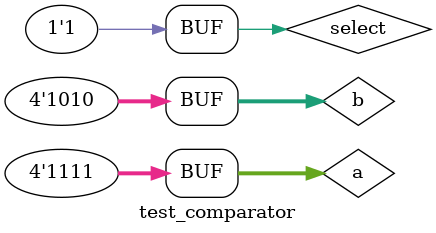
<source format=v>

module f7 (output s_xnor,
           output s_xor,
           input x,
           input y);

    xnor XNOR1 (s_xnor, x, y);
    xor  XOR1  (s_xor, x, y);
endmodule // f7

// -------------------------
// Comparador de 4 bits
// -------------------------
module comparator(output [3:0] igual, 
                  output [3:0] diferente, 
                  input  [3:0] x, 
                  input  [3:0] y);
    
    // Comparacao bit a bit
    f7 bit0 (igual[0], diferente[0], x[0], y[0]);
    f7 bit1 (igual[1], diferente[1], x[1], y[1]);
    f7 bit2 (igual[2], diferente[2], x[2], y[2]);
    f7 bit3 (igual[3], diferente[3], x[3], y[3]);

endmodule // comparator
// -------------------------

// -------------------------
module mux(output [3:0] s, 
           input  [3:0] igual, 
           input  [3:0] diferente, 
           input select);

    assign s = (select) ? diferente : igual;  //(condicao) ? valor_if_true : valor_if_false;
endmodule // mux
// -------------------------

// -------------------------
module test_comparator;
// ------------------------- definir dados
    reg [3:0] a;
    reg [3:0] b;
    reg select;
    wire [3:0] saida_igual;
    wire [3:0] saida_diferente;
    wire [3:0] saida_mux;

    comparator comparador (saida_igual, saida_diferente, a, b);
    mux seletor (saida_mux, saida_igual, saida_diferente, select); 

    // ------------------------- parte principal
    initial
    begin : main
        $display("Guia_0707 - Daniel Alves Goncalves - 874770");
        $display("Test Comparator's module");
        $display("  a    b    select | Igual Diferente |  s");
        $monitor(" %b %b    %b    |  %b    %b   | %b",
                  a, b, select, saida_igual, saida_diferente, saida_mux);

        // Testes com várias combinações
        a = 4'b0000; b = 4'b0000; select = 0; #1;
        select = 1; #1;
        
        a = 4'b0000; b = 4'b0001; select = 0; #1;
        select = 1; #1;

        a = 4'b1010; b = 4'b1010; select = 0; #1;
        select = 1; #1;

        a = 4'b1111; b = 4'b1010; select = 0; #1;
        select = 1; #1;
    end
endmodule

</source>
